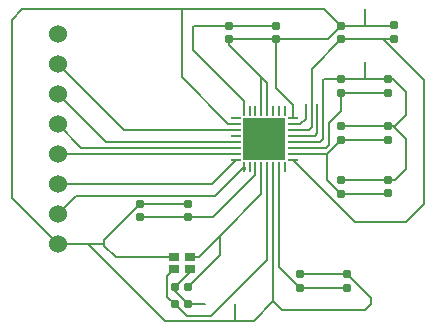
<source format=gbr>
%TF.GenerationSoftware,KiCad,Pcbnew,8.0.1*%
%TF.CreationDate,2024-07-06T10:14:10-04:00*%
%TF.ProjectId,O2 Macrodevice NFC Board KiCad,4f32204d-6163-4726-9f64-657669636520,rev?*%
%TF.SameCoordinates,Original*%
%TF.FileFunction,Copper,L1,Top*%
%TF.FilePolarity,Positive*%
%FSLAX46Y46*%
G04 Gerber Fmt 4.6, Leading zero omitted, Abs format (unit mm)*
G04 Created by KiCad (PCBNEW 8.0.1) date 2024-07-06 10:14:10*
%MOMM*%
%LPD*%
G01*
G04 APERTURE LIST*
G04 Aperture macros list*
%AMRoundRect*
0 Rectangle with rounded corners*
0 $1 Rounding radius*
0 $2 $3 $4 $5 $6 $7 $8 $9 X,Y pos of 4 corners*
0 Add a 4 corners polygon primitive as box body*
4,1,4,$2,$3,$4,$5,$6,$7,$8,$9,$2,$3,0*
0 Add four circle primitives for the rounded corners*
1,1,$1+$1,$2,$3*
1,1,$1+$1,$4,$5*
1,1,$1+$1,$6,$7*
1,1,$1+$1,$8,$9*
0 Add four rect primitives between the rounded corners*
20,1,$1+$1,$2,$3,$4,$5,0*
20,1,$1+$1,$4,$5,$6,$7,0*
20,1,$1+$1,$6,$7,$8,$9,0*
20,1,$1+$1,$8,$9,$2,$3,0*%
G04 Aperture macros list end*
%TA.AperFunction,SMDPad,CuDef*%
%ADD10R,0.838200X0.762000*%
%TD*%
%TA.AperFunction,SMDPad,CuDef*%
%ADD11R,0.254000X0.812800*%
%TD*%
%TA.AperFunction,SMDPad,CuDef*%
%ADD12R,0.812800X0.254000*%
%TD*%
%TA.AperFunction,SMDPad,CuDef*%
%ADD13R,3.606800X3.606800*%
%TD*%
%TA.AperFunction,ComponentPad*%
%ADD14C,1.524000*%
%TD*%
%TA.AperFunction,SMDPad,CuDef*%
%ADD15RoundRect,0.155000X0.155000X-0.212500X0.155000X0.212500X-0.155000X0.212500X-0.155000X-0.212500X0*%
%TD*%
%TA.AperFunction,SMDPad,CuDef*%
%ADD16RoundRect,0.155000X-0.155000X0.212500X-0.155000X-0.212500X0.155000X-0.212500X0.155000X0.212500X0*%
%TD*%
%TA.AperFunction,SMDPad,CuDef*%
%ADD17RoundRect,0.155000X-0.212500X-0.155000X0.212500X-0.155000X0.212500X0.155000X-0.212500X0.155000X0*%
%TD*%
%TA.AperFunction,SMDPad,CuDef*%
%ADD18RoundRect,0.155000X0.212500X0.155000X-0.212500X0.155000X-0.212500X-0.155000X0.212500X-0.155000X0*%
%TD*%
%TA.AperFunction,Conductor*%
%ADD19C,0.200000*%
%TD*%
G04 APERTURE END LIST*
D10*
%TO.P,U2,1,1*%
%TO.N,Net-(U1-XTO)*%
X131675000Y-96975000D03*
%TO.P,U2,2,GND*%
%TO.N,GND*%
X130325000Y-96975000D03*
%TO.P,U2,3,3*%
%TO.N,Net-(U1-XTI)*%
X130325000Y-98025000D03*
%TO.P,U2,4,GND*%
%TO.N,GND*%
X131675000Y-98025000D03*
%TD*%
D11*
%TO.P,U1,1,VDD_IO*%
%TO.N,+3.3V*%
X136250001Y-89400300D03*
%TO.P,U1,2,TAD2*%
%TO.N,unconnected-(U1-TAD2-Pad2)*%
X136750000Y-89400300D03*
%TO.P,U1,3,VDD_D*%
%TO.N,Net-(U1-VDD_D)*%
X137249999Y-89400300D03*
%TO.P,U1,4,XTO*%
%TO.N,Net-(U1-XTO)*%
X137750000Y-89400300D03*
%TO.P,U1,5,XTI*%
%TO.N,Net-(U1-XTI)*%
X138250000Y-89400300D03*
%TO.P,U1,6,GND_D*%
%TO.N,GND*%
X138750001Y-89400300D03*
%TO.P,U1,7,VDD_A*%
%TO.N,Net-(U1-VDD_A)*%
X139250000Y-89400300D03*
%TO.P,U1,8,VDD*%
%TO.N,Net-(U1-VDD)*%
X139749999Y-89400300D03*
D12*
%TO.P,U1,9,VDD_RF*%
%TO.N,Net-(U1-VDD_DR)*%
X140400300Y-88749999D03*
%TO.P,U1,10,VDD_TX*%
%TO.N,Net-(U1-VDD)*%
X140400300Y-88250000D03*
%TO.P,U1,11,VDD_AM*%
%TO.N,Net-(U1-VDD_AM)*%
X140400300Y-87750001D03*
%TO.P,U1,12,GND_DR1*%
%TO.N,GND*%
X140400300Y-87250000D03*
%TO.P,U1,13,RFO1*%
%TO.N,/RFO1*%
X140400300Y-86750000D03*
%TO.P,U1,14,VDD_DR*%
%TO.N,Net-(U1-VDD_DR)*%
X140400300Y-86249999D03*
%TO.P,U1,15,RFO2*%
%TO.N,/RFO2*%
X140400300Y-85750000D03*
%TO.P,U1,16,GND_DR2*%
%TO.N,GND*%
X140400300Y-85250001D03*
D11*
%TO.P,U1,17,EXT_LM*%
%TO.N,unconnected-(U1-EXT_LM-Pad17)*%
X139749999Y-84599700D03*
%TO.P,U1,18,AAT_A*%
%TO.N,unconnected-(U1-AAT_A-Pad18)*%
X139250000Y-84599700D03*
%TO.P,U1,19,AAT_B*%
%TO.N,unconnected-(U1-AAT_B-Pad19)*%
X138750001Y-84599700D03*
%TO.P,U1,20,I2C_EN*%
%TO.N,GND*%
X138250000Y-84599700D03*
%TO.P,U1,21,VSS*%
X137750000Y-84599700D03*
%TO.P,U1,22,RFI1*%
%TO.N,unconnected-(U1-RFI1-Pad22)*%
X137249999Y-84599700D03*
%TO.P,U1,23,RFI2*%
%TO.N,unconnected-(U1-RFI2-Pad23)*%
X136750000Y-84599700D03*
%TO.P,U1,24,AGDC*%
%TO.N,Net-(U1-AGDC)*%
X136250001Y-84599700D03*
D12*
%TO.P,U1,25,TAD1*%
%TO.N,unconnected-(U1-TAD1-Pad25)*%
X135599700Y-85250001D03*
%TO.P,U1,26,GND_A*%
%TO.N,GND*%
X135599700Y-85750000D03*
%TO.P,U1,27,IRQ*%
%TO.N,/IRQ*%
X135599700Y-86249999D03*
%TO.P,U1,28,MCU_CLK*%
%TO.N,unconnected-(U1-MCU_CLK-Pad28)*%
X135599700Y-86750000D03*
%TO.P,U1,29,BSS*%
%TO.N,/BSS*%
X135599700Y-87250000D03*
%TO.P,U1,30,SCLK/SCL*%
%TO.N,/SPI1_SCK*%
X135599700Y-87750001D03*
%TO.P,U1,31,MOSI*%
%TO.N,/MOSI*%
X135599700Y-88250000D03*
%TO.P,U1,32,MISO/SDA*%
%TO.N,/MISO*%
X135599700Y-88749999D03*
D13*
%TO.P,U1,33,GND*%
%TO.N,GND*%
X138000000Y-87000000D03*
%TD*%
D14*
%TO.P,J1,1,1*%
%TO.N,GND*%
X120500000Y-95890000D03*
%TO.P,J1,2,2*%
%TO.N,+3.3V*%
X120500000Y-93350000D03*
%TO.P,J1,3,3*%
%TO.N,/MISO*%
X120500000Y-90810000D03*
%TO.P,J1,4,4*%
%TO.N,/MOSI*%
X120500000Y-88270000D03*
%TO.P,J1,5,5*%
%TO.N,/SPI1_SCK*%
X120500000Y-85730000D03*
%TO.P,J1,6,6*%
%TO.N,/BSS*%
X120500000Y-83190000D03*
%TO.P,J1,7,7*%
%TO.N,/IRQ*%
X120500000Y-80650000D03*
%TO.P,J1,8,8*%
%TO.N,/8*%
X120500000Y-78110000D03*
%TD*%
D15*
%TO.P,C205,1*%
%TO.N,Net-(U1-VDD_DR)*%
X149000000Y-78500000D03*
%TO.P,C205,2*%
%TO.N,GND*%
X149000000Y-77365000D03*
%TD*%
%TO.P,C203,1*%
%TO.N,Net-(U1-VDD_AM)*%
X148500000Y-83067500D03*
%TO.P,C203,2*%
%TO.N,GND*%
X148500000Y-81932500D03*
%TD*%
%TO.P,C207,1*%
%TO.N,Net-(U1-VDD)*%
X144500000Y-87067500D03*
%TO.P,C207,2*%
%TO.N,GND*%
X144500000Y-85932500D03*
%TD*%
%TO.P,C215,1*%
%TO.N,Net-(U1-VDD)*%
X144500000Y-91635000D03*
%TO.P,C215,2*%
%TO.N,GND*%
X144500000Y-90500000D03*
%TD*%
%TO.P,C206,1*%
%TO.N,Net-(U1-VDD)*%
X148500000Y-87067500D03*
%TO.P,C206,2*%
%TO.N,GND*%
X148500000Y-85932500D03*
%TD*%
D16*
%TO.P,C201,1*%
%TO.N,Net-(U1-AGDC)*%
X139000000Y-77432500D03*
%TO.P,C201,2*%
%TO.N,GND*%
X139000000Y-78567500D03*
%TD*%
D15*
%TO.P,C216,1*%
%TO.N,Net-(U1-VDD)*%
X148500000Y-91567500D03*
%TO.P,C216,2*%
%TO.N,GND*%
X148500000Y-90432500D03*
%TD*%
%TO.P,C209,1*%
%TO.N,Net-(U1-VDD_D)*%
X131500000Y-93635000D03*
%TO.P,C209,2*%
%TO.N,GND*%
X131500000Y-92500000D03*
%TD*%
%TO.P,C211,1*%
%TO.N,Net-(U1-VDD_A)*%
X141000000Y-99567500D03*
%TO.P,C211,2*%
%TO.N,GND*%
X141000000Y-98432500D03*
%TD*%
%TO.P,C204,1*%
%TO.N,Net-(U1-VDD_DR)*%
X144500000Y-78567500D03*
%TO.P,C204,2*%
%TO.N,GND*%
X144500000Y-77432500D03*
%TD*%
%TO.P,C200,1*%
%TO.N,GND*%
X135000000Y-78567500D03*
%TO.P,C200,2*%
%TO.N,Net-(U1-AGDC)*%
X135000000Y-77432500D03*
%TD*%
D17*
%TO.P,C214,1*%
%TO.N,Net-(U1-XTI)*%
X130432500Y-101000000D03*
%TO.P,C214,2*%
%TO.N,GND*%
X131567500Y-101000000D03*
%TD*%
D18*
%TO.P,C213,2*%
%TO.N,GND*%
X130432500Y-99500000D03*
%TO.P,C213,1*%
%TO.N,Net-(U1-XTO)*%
X131567500Y-99500000D03*
%TD*%
D15*
%TO.P,C210,1*%
%TO.N,Net-(U1-VDD_D)*%
X127500000Y-93635000D03*
%TO.P,C210,2*%
%TO.N,GND*%
X127500000Y-92500000D03*
%TD*%
%TO.P,C202,1*%
%TO.N,Net-(U1-VDD_AM)*%
X144500000Y-83067500D03*
%TO.P,C202,2*%
%TO.N,GND*%
X144500000Y-81932500D03*
%TD*%
%TO.P,C212,1*%
%TO.N,Net-(U1-VDD_A)*%
X145000000Y-99567500D03*
%TO.P,C212,2*%
%TO.N,GND*%
X145000000Y-98432500D03*
%TD*%
D19*
%TO.N,GND*%
X146500000Y-80500000D02*
X146500000Y-81932500D01*
%TO.N,/RFO1*%
X142500000Y-85500000D02*
X142500000Y-84000000D01*
X142500000Y-86500000D02*
X142500000Y-85500000D01*
%TO.N,/RFO2*%
X141033701Y-85750000D02*
X141500000Y-85283701D01*
X141500000Y-85283701D02*
X141500000Y-84000000D01*
X140400300Y-85750000D02*
X141033701Y-85750000D01*
%TO.N,/RFO1*%
X142250000Y-86750000D02*
X142500000Y-86500000D01*
X140400300Y-86750000D02*
X142250000Y-86750000D01*
%TO.N,GND*%
X142750000Y-87250000D02*
X140400300Y-87250000D01*
X143000000Y-87000000D02*
X142750000Y-87250000D01*
X144500000Y-81932500D02*
X143067500Y-81932500D01*
X143067500Y-81932500D02*
X143000000Y-82000000D01*
X143000000Y-82000000D02*
X143000000Y-87000000D01*
%TO.N,Net-(U1-VDD_AM)*%
X143500000Y-87500000D02*
X143500000Y-85631372D01*
X143249999Y-87750001D02*
X143500000Y-87500000D01*
X140400300Y-87750001D02*
X143249999Y-87750001D01*
X143500000Y-85631372D02*
X144500000Y-84631372D01*
%TO.N,GND*%
X146500000Y-77432500D02*
X146500000Y-76000000D01*
X146500000Y-77432500D02*
X148932500Y-77432500D01*
X144500000Y-77432500D02*
X146500000Y-77432500D01*
X147500000Y-85932500D02*
X148500000Y-85932500D01*
X146500000Y-81932500D02*
X148500000Y-81932500D01*
X144500000Y-85932500D02*
X147500000Y-85932500D01*
X144500000Y-81932500D02*
X146500000Y-81932500D01*
X117500000Y-76000000D02*
X131000000Y-76000000D01*
X116600000Y-76900000D02*
X117500000Y-76000000D01*
X116600000Y-91990000D02*
X116600000Y-76900000D01*
X120500000Y-95890000D02*
X116600000Y-91990000D01*
X123040000Y-95890000D02*
X129550000Y-102400000D01*
X120500000Y-95890000D02*
X123040000Y-95890000D01*
%TO.N,+3.3V*%
X133817801Y-91832500D02*
X136250001Y-89400300D01*
X122017500Y-91832500D02*
X133817801Y-91832500D01*
X120500000Y-93350000D02*
X122017500Y-91832500D01*
X136323000Y-89400300D02*
X136323000Y-89500000D01*
X136250001Y-89400300D02*
X136323000Y-89400300D01*
%TO.N,GND*%
X124466250Y-95533750D02*
X127500000Y-92500000D01*
X124466250Y-96033750D02*
X124466250Y-95533750D01*
X124466250Y-96033750D02*
X125407500Y-96975000D01*
X124322500Y-95890000D02*
X124466250Y-96033750D01*
X125407500Y-96975000D02*
X130325000Y-96975000D01*
X120500000Y-95890000D02*
X124322500Y-95890000D01*
X135500000Y-102400000D02*
X135500000Y-101000000D01*
X135500000Y-102400000D02*
X137100000Y-102400000D01*
X129550000Y-102400000D02*
X135500000Y-102400000D01*
X131567500Y-101000000D02*
X133000000Y-101000000D01*
X137100000Y-102400000D02*
X138750001Y-100749999D01*
%TO.N,Net-(U1-XTI)*%
X138250000Y-97250000D02*
X138250000Y-89400300D01*
X133500000Y-102000000D02*
X138250000Y-97250000D01*
X131432500Y-102000000D02*
X133500000Y-102000000D01*
X130432500Y-101000000D02*
X131432500Y-102000000D01*
X129765000Y-100332500D02*
X129765000Y-98585000D01*
X129765000Y-98585000D02*
X130325000Y-98025000D01*
X130432500Y-101000000D02*
X129765000Y-100332500D01*
%TO.N,Net-(U1-XTO)*%
X134216250Y-96851250D02*
X134216250Y-95216250D01*
X131567500Y-99500000D02*
X134216250Y-96851250D01*
X134216250Y-95216250D02*
X137750000Y-91682500D01*
X132457500Y-96975000D02*
X134216250Y-95216250D01*
%TO.N,GND*%
X130432500Y-99865000D02*
X131567500Y-101000000D01*
X130432500Y-99500000D02*
X130432500Y-99865000D01*
X131675000Y-98257500D02*
X130432500Y-99500000D01*
X131675000Y-98025000D02*
X131675000Y-98257500D01*
%TO.N,Net-(U1-XTO)*%
X131675000Y-96975000D02*
X132457500Y-96975000D01*
%TO.N,GND*%
X147000000Y-100432500D02*
X145000000Y-98432500D01*
X147000000Y-101000000D02*
X147000000Y-100432500D01*
X146500000Y-101500000D02*
X147000000Y-101000000D01*
X139500002Y-101500000D02*
X146500000Y-101500000D01*
X138750001Y-89400300D02*
X138750001Y-100749999D01*
X138750001Y-100749999D02*
X139500002Y-101500000D01*
%TO.N,Net-(U1-XTO)*%
X137750000Y-91682500D02*
X137750000Y-89400300D01*
%TO.N,GND*%
X135000000Y-78567500D02*
X135000000Y-79000000D01*
X150000000Y-89500000D02*
X149067500Y-90432500D01*
X137750000Y-81750000D02*
X137750000Y-84599700D01*
X148500000Y-85932500D02*
X148932500Y-85932500D01*
X150000000Y-85000000D02*
X149067500Y-85932500D01*
X140400300Y-84116601D02*
X139000000Y-82716301D01*
X135599700Y-85750000D02*
X134966299Y-85750000D01*
X143067500Y-76000000D02*
X144500000Y-77432500D01*
X145067500Y-90432500D02*
X148500000Y-90432500D01*
X141000000Y-98432500D02*
X145000000Y-98432500D01*
X138250000Y-82250000D02*
X137750000Y-81750000D01*
X138250000Y-84599700D02*
X138250000Y-82250000D01*
X135000000Y-78567500D02*
X139000000Y-78567500D01*
X131000000Y-81783701D02*
X131000000Y-76000000D01*
X135000000Y-79000000D02*
X137750000Y-81750000D01*
X139000000Y-82716301D02*
X139000000Y-78567500D01*
X149067500Y-85932500D02*
X148500000Y-85932500D01*
X143365000Y-78567500D02*
X144500000Y-77432500D01*
X148932500Y-81932500D02*
X150000000Y-83000000D01*
X148932500Y-85932500D02*
X150000000Y-87000000D01*
X150000000Y-87000000D02*
X150000000Y-89500000D01*
X145000000Y-90500000D02*
X145067500Y-90432500D01*
X150000000Y-83000000D02*
X150000000Y-85000000D01*
X148932500Y-77432500D02*
X149000000Y-77365000D01*
X131000000Y-76000000D02*
X143067500Y-76000000D01*
X127500000Y-92500000D02*
X131500000Y-92500000D01*
X134966299Y-85750000D02*
X131000000Y-81783701D01*
X140400300Y-85250001D02*
X140400300Y-84116601D01*
X148500000Y-81932500D02*
X148932500Y-81932500D01*
X149067500Y-90432500D02*
X148500000Y-90432500D01*
X144500000Y-90500000D02*
X145000000Y-90500000D01*
X139000000Y-78567500D02*
X143365000Y-78567500D01*
%TO.N,Net-(U1-AGDC)*%
X135000000Y-77432500D02*
X139000000Y-77432500D01*
X136250001Y-83750001D02*
X136250001Y-84599700D01*
X132067500Y-77432500D02*
X132000000Y-77500000D01*
X135000000Y-77432500D02*
X132067500Y-77432500D01*
X132000000Y-79500000D02*
X136250001Y-83750001D01*
X132000000Y-77500000D02*
X132000000Y-79500000D01*
%TO.N,Net-(U1-VDD_AM)*%
X144500000Y-83067500D02*
X144500000Y-84631372D01*
X144500000Y-83067500D02*
X148500000Y-83067500D01*
%TO.N,Net-(U1-VDD_DR)*%
X147000000Y-78567500D02*
X148932500Y-78567500D01*
X146500000Y-78567500D02*
X148067500Y-78567500D01*
X142000000Y-81067500D02*
X144500000Y-78567500D01*
X148067500Y-78567500D02*
X151500000Y-82000000D01*
X142000000Y-86000000D02*
X142000000Y-81067500D01*
X141750001Y-86249999D02*
X142000000Y-86000000D01*
X144500000Y-78567500D02*
X146500000Y-78567500D01*
X147000000Y-78567500D02*
X148067500Y-78567500D01*
X151500000Y-82000000D02*
X151500000Y-92500000D01*
X150000000Y-94000000D02*
X145650301Y-94000000D01*
X146500000Y-78567500D02*
X147000000Y-78567500D01*
X145650301Y-94000000D02*
X140400300Y-88749999D01*
X148932500Y-78567500D02*
X149000000Y-78500000D01*
X140400300Y-86249999D02*
X141750001Y-86249999D01*
X151500000Y-92500000D02*
X150000000Y-94000000D01*
%TO.N,Net-(U1-VDD)*%
X143317500Y-89500000D02*
X143317500Y-90452500D01*
X144500000Y-87067500D02*
X148500000Y-87067500D01*
X148432500Y-91635000D02*
X148500000Y-91567500D01*
X140400300Y-88250000D02*
X143317500Y-88250000D01*
X143317500Y-90452500D02*
X144500000Y-91635000D01*
X143317500Y-88250000D02*
X143317500Y-89500000D01*
X143317500Y-88250000D02*
X144500000Y-87067500D01*
X144500000Y-91635000D02*
X148432500Y-91635000D01*
%TO.N,Net-(U1-VDD_D)*%
X133648700Y-93635000D02*
X137249999Y-90033701D01*
X137249999Y-90033701D02*
X137249999Y-89400300D01*
X131500000Y-93635000D02*
X133648700Y-93635000D01*
X127500000Y-93635000D02*
X131500000Y-93635000D01*
%TO.N,Net-(U1-VDD_A)*%
X139250000Y-97817500D02*
X141000000Y-99567500D01*
X139250000Y-89400300D02*
X139250000Y-97817500D01*
X141000000Y-99567500D02*
X145000000Y-99567500D01*
%TO.N,/MISO*%
X120500000Y-90810000D02*
X133539699Y-90810000D01*
X133539699Y-90810000D02*
X135599700Y-88749999D01*
%TO.N,/IRQ*%
X120500000Y-80650000D02*
X126099999Y-86249999D01*
X126099999Y-86249999D02*
X135599700Y-86249999D01*
%TO.N,/BSS*%
X124560000Y-87250000D02*
X135599700Y-87250000D01*
X120500000Y-83190000D02*
X124560000Y-87250000D01*
%TO.N,/MOSI*%
X135579700Y-88270000D02*
X135599700Y-88250000D01*
X120500000Y-88270000D02*
X135579700Y-88270000D01*
%TO.N,/SPI1_SCK*%
X120500000Y-85730000D02*
X122520001Y-87750001D01*
X122520001Y-87750001D02*
X135599700Y-87750001D01*
%TD*%
M02*

</source>
